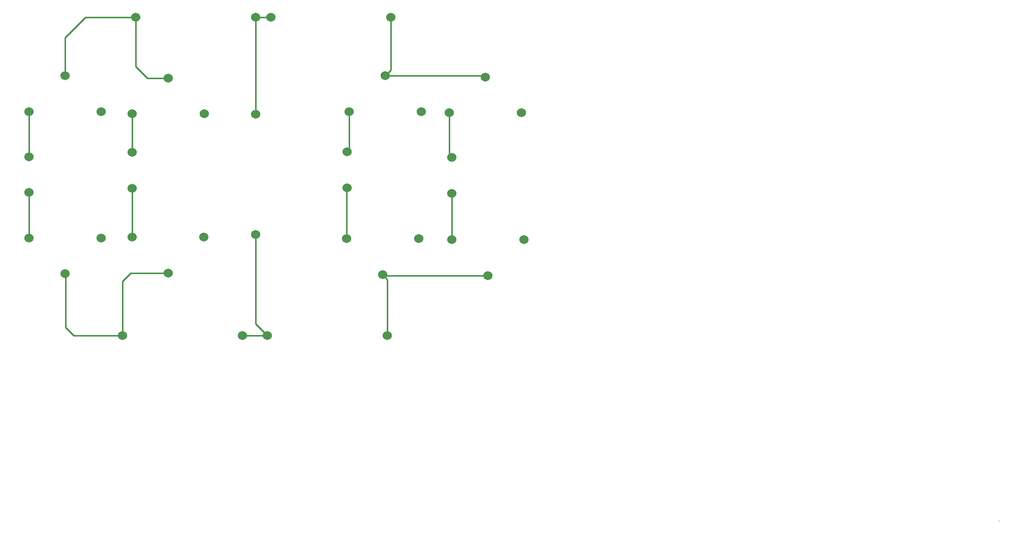
<source format=gbr>
%TF.GenerationSoftware,KiCad,Pcbnew,(6.0.7)*%
%TF.CreationDate,2022-09-05T15:07:55+08:00*%
%TF.ProjectId,6_5,365f352e-6b69-4636-9164-5f7063625858,rev?*%
%TF.SameCoordinates,Original*%
%TF.FileFunction,Copper,L1,Top*%
%TF.FilePolarity,Positive*%
%FSLAX46Y46*%
G04 Gerber Fmt 4.6, Leading zero omitted, Abs format (unit mm)*
G04 Created by KiCad (PCBNEW (6.0.7)) date 2022-09-05 15:07:55*
%MOMM*%
%LPD*%
G01*
G04 APERTURE LIST*
%TA.AperFunction,NonConductor*%
%ADD10C,0.200000*%
%TD*%
%TA.AperFunction,ComponentPad*%
%ADD11C,1.524000*%
%TD*%
%TA.AperFunction,Conductor*%
%ADD12C,0.250000*%
%TD*%
G04 APERTURE END LIST*
D10*
X191160400Y-114833400D02*
X191160400Y-114833400D01*
X191160400Y-114833400D02*
X191160400Y-114833400D01*
X191160400Y-114833400D02*
X191160400Y-114833400D01*
X191160400Y-114833400D02*
X191160400Y-114833400D01*
D11*
%TO.P,ES2,1,+*%
%TO.N,Net-(U6-Pad3)*%
X82550000Y-53340000D03*
%TO.P,ES2,2,-*%
%TO.N,Net-(U7-Pad3)*%
X82550000Y-59340000D03*
%TD*%
%TO.P,U7,1,Com*%
%TO.N,Net-(R5-Pad2)*%
X88442800Y-73818000D03*
%TO.P,U7,2,NC*%
%TO.N,unconnected-(U7-Pad2)*%
X94442800Y-67818000D03*
%TO.P,U7,3,NO*%
%TO.N,Net-(U7-Pad3)*%
X82442800Y-67818000D03*
%TD*%
%TO.P,MM1,1,+*%
%TO.N,Net-(U3-Pad3)*%
X46761400Y-53390800D03*
%TO.P,MM1,2,-*%
%TO.N,Net-(U4-Pad3)*%
X46761400Y-59390800D03*
%TD*%
%TO.P,R1,1*%
%TO.N,Net-(R1-Pad1)*%
X47327800Y-30886400D03*
%TO.P,R1,2*%
%TO.N,Net-(R2-Pad1)*%
X67327800Y-30886400D03*
%TD*%
%TO.P,R4,1*%
%TO.N,Net-(R4-Pad1)*%
X45137800Y-83944200D03*
%TO.P,R4,2*%
%TO.N,Net-(R4-Pad2)*%
X65137800Y-83944200D03*
%TD*%
%TO.P,U10,1,Com*%
%TO.N,Net-(R5-Pad2)*%
X106019600Y-73919600D03*
%TO.P,U10,2,NC*%
%TO.N,unconnected-(U10-Pad2)*%
X112019600Y-67919600D03*
%TO.P,U10,3,NO*%
%TO.N,Net-(U10-Pad3)*%
X100019600Y-67919600D03*
%TD*%
%TO.P,Es1,1,+*%
%TO.N,Net-(U1-Pad3)*%
X29540200Y-54104800D03*
%TO.P,Es1,2,-*%
%TO.N,Net-(U2-Pad3)*%
X29540200Y-60104800D03*
%TD*%
%TO.P,U2,1,Com*%
%TO.N,Net-(R4-Pad1)*%
X35560000Y-73660000D03*
%TO.P,U2,2,NC*%
%TO.N,unconnected-(U2-Pad2)*%
X41560000Y-67660000D03*
%TO.P,U2,3,NO*%
%TO.N,Net-(U2-Pad3)*%
X29560000Y-67660000D03*
%TD*%
%TO.P,MM2,1,+*%
%TO.N,Net-(U8-Pad1)*%
X99949000Y-54251600D03*
%TO.P,MM2,2,-*%
%TO.N,Net-(U10-Pad3)*%
X99949000Y-60251600D03*
%TD*%
%TO.P,R3,1*%
%TO.N,Net-(R2-Pad1)*%
X67310000Y-47073800D03*
%TO.P,R3,2*%
%TO.N,Net-(R4-Pad2)*%
X67310000Y-67073800D03*
%TD*%
%TO.P,R2,1*%
%TO.N,Net-(R2-Pad1)*%
X69832200Y-30886400D03*
%TO.P,R2,2*%
%TO.N,Net-(R2-Pad2)*%
X89832200Y-30886400D03*
%TD*%
%TO.P,U4,1,Com*%
%TO.N,Net-(R4-Pad1)*%
X52705000Y-73538600D03*
%TO.P,U4,2,NC*%
%TO.N,unconnected-(U4-Pad2)*%
X58705000Y-67538600D03*
%TO.P,U4,3,NO*%
%TO.N,Net-(U4-Pad3)*%
X46705000Y-67538600D03*
%TD*%
%TO.P,R5,1*%
%TO.N,Net-(R4-Pad2)*%
X69273400Y-83947000D03*
%TO.P,R5,2*%
%TO.N,Net-(R5-Pad2)*%
X89273400Y-83947000D03*
%TD*%
%TO.P,U3,1,Com*%
%TO.N,Net-(R1-Pad1)*%
X52761400Y-40990000D03*
%TO.P,U3,2,NC*%
%TO.N,unconnected-(U3-Pad2)*%
X58761400Y-46990000D03*
%TO.P,U3,3,NO*%
%TO.N,Net-(U3-Pad3)*%
X46761400Y-46990000D03*
%TD*%
%TO.P,U6,1,Com*%
%TO.N,Net-(R2-Pad2)*%
X88900000Y-40640000D03*
%TO.P,U6,2,NC*%
%TO.N,unconnected-(U6-Pad2)*%
X94900000Y-46640000D03*
%TO.P,U6,3,NO*%
%TO.N,Net-(U6-Pad3)*%
X82900000Y-46640000D03*
%TD*%
%TO.P,U1,1,Com*%
%TO.N,Net-(R1-Pad1)*%
X35560000Y-40640000D03*
%TO.P,U1,2,NC*%
%TO.N,unconnected-(U1-Pad2)*%
X41560000Y-46640000D03*
%TO.P,U1,3,NO*%
%TO.N,Net-(U1-Pad3)*%
X29560000Y-46640000D03*
%TD*%
%TO.P,U9,1,Com*%
%TO.N,Net-(R2-Pad2)*%
X105562400Y-40815000D03*
%TO.P,U9,2,NC*%
%TO.N,unconnected-(U9-Pad2)*%
X111562400Y-46815000D03*
%TO.P,U9,3,NO*%
%TO.N,Net-(U8-Pad1)*%
X99562400Y-46815000D03*
%TD*%
D12*
%TO.N,Net-(R1-Pad1)*%
X47327800Y-30886400D02*
X47327800Y-39072800D01*
X49245000Y-40990000D02*
X52761400Y-40990000D01*
X47327800Y-39072800D02*
X49245000Y-40990000D01*
X35560000Y-34290000D02*
X35560000Y-40640000D01*
X38963600Y-30886400D02*
X35560000Y-34290000D01*
X47327800Y-30886400D02*
X38963600Y-30886400D01*
%TO.N,Net-(R2-Pad1)*%
X67327800Y-30886400D02*
X67327800Y-47056000D01*
X67327800Y-47056000D02*
X67310000Y-47073800D01*
X67327800Y-30886400D02*
X69832200Y-30886400D01*
%TO.N,Net-(R2-Pad2)*%
X88900000Y-40640000D02*
X105387400Y-40640000D01*
X89832200Y-39707800D02*
X88900000Y-40640000D01*
X89832200Y-30886400D02*
X89832200Y-39707800D01*
X105387400Y-40640000D02*
X105562400Y-40815000D01*
%TO.N,Net-(R4-Pad2)*%
X67310000Y-81983600D02*
X69273400Y-83947000D01*
X69270600Y-83944200D02*
X69273400Y-83947000D01*
X65137800Y-83944200D02*
X69270600Y-83944200D01*
X67310000Y-67073800D02*
X67310000Y-81983600D01*
%TO.N,Net-(R4-Pad1)*%
X36954200Y-83944200D02*
X45137800Y-83944200D01*
X35636200Y-73640200D02*
X35636200Y-82626200D01*
X46476400Y-73538600D02*
X52705000Y-73538600D01*
X45137800Y-74877200D02*
X46476400Y-73538600D01*
X45137800Y-83944200D02*
X45137800Y-74877200D01*
X35636200Y-82626200D02*
X36954200Y-83944200D01*
%TO.N,Net-(R5-Pad2)*%
X89273400Y-83947000D02*
X89273400Y-74648600D01*
X89273400Y-74648600D02*
X88442800Y-73818000D01*
X88544400Y-73919600D02*
X88442800Y-73818000D01*
X106019600Y-73919600D02*
X88544400Y-73919600D01*
%TO.N,Net-(U1-Pad3)*%
X29560000Y-46640000D02*
X29560000Y-54085000D01*
%TO.N,Net-(U2-Pad3)*%
X29540200Y-67544200D02*
X29636200Y-67640200D01*
X29540200Y-60104800D02*
X29540200Y-67544200D01*
%TO.N,Net-(U3-Pad3)*%
X46761400Y-46990000D02*
X46761400Y-53390800D01*
%TO.N,Net-(U4-Pad3)*%
X46761400Y-59390800D02*
X46761400Y-67482200D01*
X46761400Y-67482200D02*
X46705000Y-67538600D01*
%TO.N,Net-(U6-Pad3)*%
X82900000Y-52990000D02*
X82550000Y-53340000D01*
X82900000Y-46640000D02*
X82900000Y-52990000D01*
%TO.N,Net-(U7-Pad3)*%
X82473800Y-59667400D02*
X82473800Y-67787000D01*
%TO.N,Net-(U8-Pad1)*%
X99562400Y-46815000D02*
X99562400Y-54742600D01*
%TO.N,Net-(U10-Pad3)*%
X99949000Y-67849000D02*
X100019600Y-67919600D01*
X99949000Y-60251600D02*
X99949000Y-67849000D01*
%TD*%
M02*

</source>
